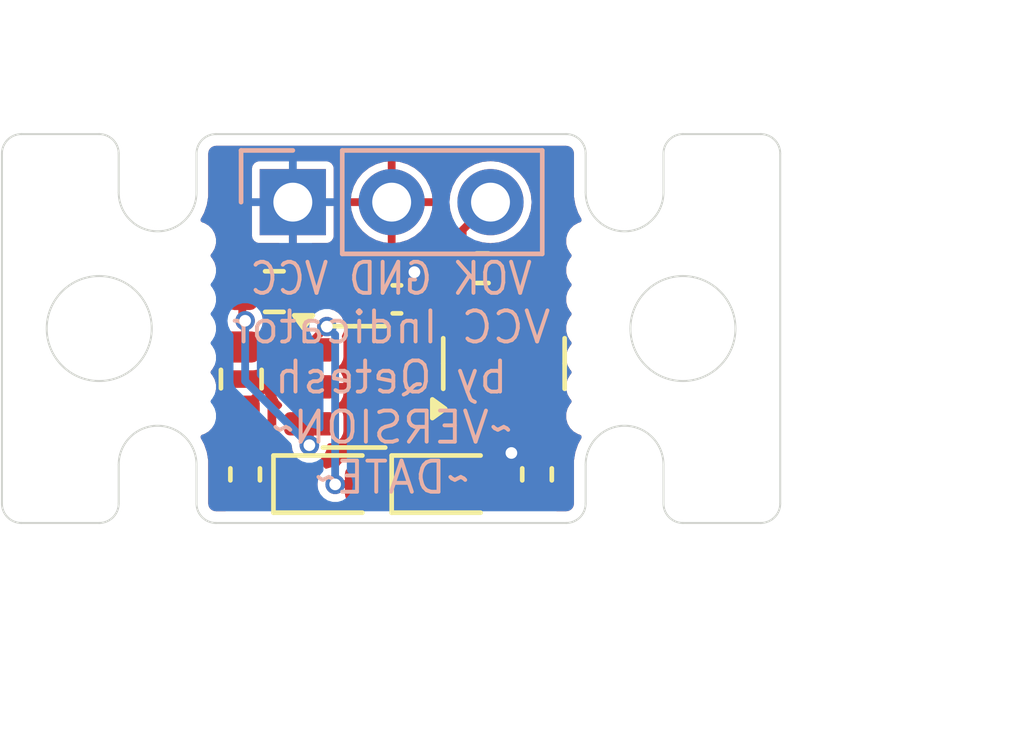
<source format=kicad_pcb>
(kicad_pcb (version 20240108) (generator "pcbnew") (generator_version "8.0")
  (title_block (title "BinaryVoltageIndicator") (date "${DATE}") (rev "${VERSION}") (company "Qetesh"))
  (layers (0 "F.Cu" signal) (31 "B.Cu" signal) (34 "B.Paste" user) (35 "F.Paste" user) (36 "B.SilkS" user "B.Silkscreen") (37 "F.SilkS" user "F.Silkscreen") (38 "B.Mask" user) (39 "F.Mask" user) (44 "Edge.Cuts" user))
  (property "DATE" "~DATE~")
  (property "VERSION" "~VERSION~")
  (net 0 "")
  (net 1 "VCC")
  (net 2 "GND")
  (net 3 "/VccOK")
  (net 4 "Net-(D1-A)")
  (net 5 "Net-(D2-K)")
  (net 6 "/Vmeas")
  (net 7 "/Vref")
  (net 8 "/~{VOK}")
  (net 9 "Net-(Q1-D)")
  (footprint "Resistor_SMD:R_0603_1608Metric" (layer "F.Cu") (at 124.5 104.05)
    (property "Reference" "R1" (hide yes))
    (property "Value" "13k")
    (fp_line (start -0.237258 -0.5225) (end 0.237258 -0.5225) (stroke (width 0.12)) (layer "F.SilkS"))
    (fp_line (start -0.237258 0.5225) (end 0.237258 0.5225) (stroke (width 0.12)) (layer "F.SilkS"))
    (pad "1" smd roundrect (at -0.825 0) (size 0.8 0.95) (layers "F.Cu" "F.Paste" "F.Mask") (net 6 "/Vmeas"))
    (pad "2" smd roundrect (at 0.825 0) (size 0.8 0.95) (layers "F.Cu" "F.Paste" "F.Mask") (net 1 "VCC"))
  )
  (footprint "Panelization:mouse-bite-2x5mm-slot-onesided-v2" (layer "F.Cu") (at 133.5 105 90)
    (property "Reference" "mouse-bite-2mm-slot" (hide yes))
    (property "Value" "VAL**" (hide yes))
    (fp_arc (start -3.5 -1) (mid -2.5 0) (end -3.5 1) (stroke (width 0.05)) (layer "Edge.Cuts"))
    (fp_arc (start 3.5 1) (mid 2.5 0) (end 3.5 -1) (stroke (width 0.05)) (layer "Edge.Cuts"))
    (pad "" np_thru_hole circle (at -2.25 -1 90) (size 0.5 0.5) (drill 0.5) (layers "*.Cu" "*.Mask"))
    (pad "" np_thru_hole circle (at -1.5 -1 90) (size 0.5 0.5) (drill 0.5) (layers "*.Cu" "*.Mask"))
    (pad "" np_thru_hole circle (at -0.75 -1 90) (size 0.5 0.5) (drill 0.5) (layers "*.Cu" "*.Mask"))
    (pad "" np_thru_hole circle (at 0 -1 90) (size 0.5 0.5) (drill 0.5) (layers "*.Cu" "*.Mask"))
    (pad "" np_thru_hole circle (at 0.75 -1 90) (size 0.5 0.5) (drill 0.5) (layers "*.Cu" "*.Mask"))
    (pad "" np_thru_hole circle (at 1.5 -1 90) (size 0.5 0.5) (drill 0.5) (layers "*.Cu" "*.Mask"))
    (pad "" np_thru_hole circle (at 2.25 -1 90) (size 0.5 0.5) (drill 0.5) (layers "*.Cu" "*.Mask"))
  )
  (footprint "My_Footprints:JLCPCB_Tooling_Hole" (layer "F.Cu") (at 119 108.5)
    (property "Reference" "REF**" (hide yes))
    (property "Value" "JLCPCB_Tooling_Hole" (hide yes))
    (pad "" np_thru_hole circle (at 0 0) (size 1.152 1.152) (drill 1.152) (layers "F&B.Cu" "*.Mask") (clearance 0.248))
  )
  (footprint "Resistor_SMD:R_0402_1005Metric" (layer "F.Cu") (at 131.25 108.75 -90)
    (property "Reference" "R3" (hide yes))
    (property "Value" "680R")
    (fp_line (start -0.153641 0.38) (end 0.153641 0.38) (stroke (width 0.12)) (layer "F.SilkS"))
    (fp_line (start -0.153641 -0.38) (end 0.153641 -0.38) (stroke (width 0.12)) (layer "F.SilkS"))
    (pad "1" smd roundrect (at -0.51 0 270) (size 0.54 0.64) (layers "F.Cu" "F.Paste" "F.Mask") (net 1 "VCC"))
    (pad "2" smd roundrect (at 0.51 0 270) (size 0.54 0.64) (layers "F.Cu" "F.Paste" "F.Mask") (net 4 "Net-(D1-A)"))
  )
  (footprint "My_Footprints:JLCPCB_Tooling_Hole" (layer "F.Cu") (at 136 101.5)
    (property "Reference" "REF**" (hide yes))
    (property "Value" "JLCPCB_Tooling_Hole" (hide yes))
    (pad "" np_thru_hole circle (at 0 0) (size 1.152 1.152) (drill 1.152) (layers "F&B.Cu" "*.Mask") (clearance 0.248))
  )
  (footprint "LED_SMD:LED_0603_1608Metric" (layer "F.Cu") (at 125.9625 109)
    (property "Reference" "D2" (hide yes))
    (property "Value" "Power OK")
    (fp_line (start -1.485 -0.735) (end -1.485 0.735) (stroke (width 0.12)) (layer "F.SilkS"))
    (fp_line (start -1.485 0.735) (end 0.8 0.735) (stroke (width 0.12)) (layer "F.SilkS"))
    (fp_line (start 0.8 -0.735) (end -1.485 -0.735) (stroke (width 0.12)) (layer "F.SilkS"))
    (pad "1" smd roundrect (at -0.7875 0) (size 0.875 0.95) (layers "F.Cu" "F.Paste" "F.Mask") (net 5 "Net-(D2-K)"))
    (pad "2" smd roundrect (at 0.7875 0) (size 0.875 0.95) (layers "F.Cu" "F.Paste" "F.Mask") (net 3 "/VccOK"))
  )
  (footprint "Package_TO_SOT_SMD:SOT-23-6" (layer "F.Cu") (at 126.55 106.5)
    (property "Reference" "U1" (hide yes))
    (property "Value" "MCP65R41-2402")
    (fp_line (start 0 -1.56) (end -0.8 -1.56) (stroke (width 0.12)) (layer "F.SilkS"))
    (fp_line (start 0 -1.56) (end 0.8 -1.56) (stroke (width 0.12)) (layer "F.SilkS"))
    (fp_line (start 0 1.56) (end -0.8 1.56) (stroke (width 0.12)) (layer "F.SilkS"))
    (fp_line (start 0 1.56) (end 0.8 1.56) (stroke (width 0.12)) (layer "F.SilkS"))
    (fp_poly (pts (xy -1.3 -1.51) (xy -1.54 -1.84) (xy -1.06 -1.84) (xy -1.3 -1.51)) (stroke (width 0.12)) (fill solid) (layer "F.SilkS"))
    (pad "1" smd roundrect (at -1.1375 -0.95) (size 1.325 0.6) (layers "F.Cu" "F.Paste" "F.Mask") (net 3 "/VccOK"))
    (pad "2" smd roundrect (at -1.1375 0) (size 1.325 0.6) (layers "F.Cu" "F.Paste" "F.Mask") (net 2 "GND"))
    (pad "3" smd roundrect (at -1.1375 0.95) (size 1.325 0.6) (layers "F.Cu" "F.Paste" "F.Mask") (net 6 "/Vmeas"))
    (pad "4" smd roundrect (at 1.1375 0.95) (size 1.325 0.6) (layers "F.Cu" "F.Paste" "F.Mask") (net 7 "/Vref"))
    (pad "5" smd roundrect (at 1.1375 0) (size 1.325 0.6) (layers "F.Cu" "F.Paste" "F.Mask") (net 7 "/Vref"))
    (pad "6" smd roundrect (at 1.1375 -0.95) (size 1.325 0.6) (layers "F.Cu" "F.Paste" "F.Mask") (net 1 "VCC"))
  )
  (footprint "Resistor_SMD:R_0402_1005Metric" (layer "F.Cu") (at 129.85 103.45 180)
    (property "Reference" "R5" (hide yes))
    (property "Value" "680R")
    (fp_line (start -0.153641 0.38) (end 0.153641 0.38) (stroke (width 0.12)) (layer "F.SilkS"))
    (fp_line (start -0.153641 -0.38) (end 0.153641 -0.38) (stroke (width 0.12)) (layer "F.SilkS"))
    (pad "1" smd roundrect (at -0.51 0 180) (size 0.54 0.64) (layers "F.Cu" "F.Paste" "F.Mask") (net 9 "Net-(Q1-D)"))
    (pad "2" smd roundrect (at 0.51 0 180) (size 0.54 0.64) (layers "F.Cu" "F.Paste" "F.Mask") (net 8 "/~{VOK}"))
  )
  (footprint "My_Footprints:JLCPCB_Tooling_Hole" (layer "F.Cu") (at 119 101.5)
    (property "Reference" "REF**" (hide yes))
    (property "Value" "JLCPCB_Tooling_Hole" (hide yes))
    (pad "" np_thru_hole circle (at 0 0) (size 1.152 1.152) (drill 1.152) (layers "F&B.Cu" "*.Mask") (clearance 0.248))
  )
  (footprint "LED_SMD:LED_0603_1608Metric" (layer "F.Cu") (at 129 109)
    (property "Reference" "D1" (hide yes))
    (property "Value" "Power Low")
    (fp_line (start -1.485 -0.735) (end -1.485 0.735) (stroke (width 0.12)) (layer "F.SilkS"))
    (fp_line (start -1.485 0.735) (end 0.8 0.735) (stroke (width 0.12)) (layer "F.SilkS"))
    (fp_line (start 0.8 -0.735) (end -1.485 -0.735) (stroke (width 0.12)) (layer "F.SilkS"))
    (pad "1" smd roundrect (at -0.7875 0) (size 0.875 0.95) (layers "F.Cu" "F.Paste" "F.Mask") (net 3 "/VccOK"))
    (pad "2" smd roundrect (at 0.7875 0) (size 0.875 0.95) (layers "F.Cu" "F.Paste" "F.Mask") (net 4 "Net-(D1-A)"))
  )
  (footprint "Resistor_SMD:R_0402_1005Metric" (layer "F.Cu") (at 123.75 108.75 90)
    (property "Reference" "R4" (hide yes))
    (property "Value" "680R")
    (fp_line (start -0.153641 -0.38) (end 0.153641 -0.38) (stroke (width 0.12)) (layer "F.SilkS"))
    (fp_line (start -0.153641 0.38) (end 0.153641 0.38) (stroke (width 0.12)) (layer "F.SilkS"))
    (pad "1" smd roundrect (at -0.51 0 90) (size 0.54 0.64) (layers "F.Cu" "F.Paste" "F.Mask") (net 5 "Net-(D2-K)"))
    (pad "2" smd roundrect (at 0.51 0 90) (size 0.54 0.64) (layers "F.Cu" "F.Paste" "F.Mask") (net 2 "GND"))
  )
  (footprint "Capacitor_SMD:C_0402_1005Metric" (layer "F.Cu") (at 127.65 104.25)
    (property "Reference" "C1" (hide yes))
    (property "Value" "100n")
    (fp_line (start -0.107836 -0.36) (end 0.107836 -0.36) (stroke (width 0.12)) (layer "F.SilkS"))
    (fp_line (start -0.107836 0.36) (end 0.107836 0.36) (stroke (width 0.12)) (layer "F.SilkS"))
    (pad "1" smd roundrect (at -0.48 0) (size 0.56 0.62) (layers "F.Cu" "F.Paste" "F.Mask") (net 2 "GND"))
    (pad "2" smd roundrect (at 0.48 0) (size 0.56 0.62) (layers "F.Cu" "F.Paste" "F.Mask") (net 1 "VCC"))
  )
  (footprint "Package_TO_SOT_SMD:SOT-23" (layer "F.Cu") (at 130.4 105.9 90)
    (property "Reference" "Q1" (hide yes))
    (property "Value" "2N7002")
    (fp_line (start 0 -1.56) (end 0.65 -1.56) (stroke (width 0.12)) (layer "F.SilkS"))
    (fp_line (start 0 -1.56) (end -0.65 -1.56) (stroke (width 0.12)) (layer "F.SilkS"))
    (fp_line (start 0 1.56) (end 0.65 1.56) (stroke (width 0.12)) (layer "F.SilkS"))
    (fp_line (start 0 1.56) (end -0.65 1.56) (stroke (width 0.12)) (layer "F.SilkS"))
    (fp_poly (pts (xy -1.1625 -1.51) (xy -1.4025 -1.84) (xy -0.9225 -1.84) (xy -1.1625 -1.51)) (stroke (width 0.12)) (fill solid) (layer "F.SilkS"))
    (pad "1" smd roundrect (at -0.9375 -0.95 90) (size 1.475 0.6) (layers "F.Cu" "F.Paste" "F.Mask") (net 3 "/VccOK"))
    (pad "2" smd roundrect (at -0.9375 0.95 90) (size 1.475 0.6) (layers "F.Cu" "F.Paste" "F.Mask") (net 2 "GND"))
    (pad "3" smd roundrect (at 0.9375 0 90) (size 1.475 0.6) (layers "F.Cu" "F.Paste" "F.Mask") (net 9 "Net-(Q1-D)"))
  )
  (footprint "Panelization:mouse-bite-2x5mm-slot-onesided-v2" (layer "F.Cu") (at 121.5 105 -90)
    (property "Reference" "mouse-bite-2mm-slot" (hide yes))
    (property "Value" "VAL**" (hide yes))
    (fp_arc (start 3.5 1) (mid 2.5 0) (end 3.5 -1) (stroke (width 0.05)) (layer "Edge.Cuts"))
    (fp_arc (start -3.5 -1) (mid -2.5 0) (end -3.5 1) (stroke (width 0.05)) (layer "Edge.Cuts"))
    (pad "" np_thru_hole circle (at -2.25 -1 270) (size 0.5 0.5) (drill 0.5) (layers "*.Cu" "*.Mask"))
    (pad "" np_thru_hole circle (at -1.5 -1 270) (size 0.5 0.5) (drill 0.5) (layers "*.Cu" "*.Mask"))
    (pad "" np_thru_hole circle (at -0.75 -1 270) (size 0.5 0.5) (drill 0.5) (layers "*.Cu" "*.Mask"))
    (pad "" np_thru_hole circle (at 0 -1 270) (size 0.5 0.5) (drill 0.5) (layers "*.Cu" "*.Mask"))
    (pad "" np_thru_hole circle (at 0.75 -1 270) (size 0.5 0.5) (drill 0.5) (layers "*.Cu" "*.Mask"))
    (pad "" np_thru_hole circle (at 1.5 -1 270) (size 0.5 0.5) (drill 0.5) (layers "*.Cu" "*.Mask"))
    (pad "" np_thru_hole circle (at 2.25 -1 270) (size 0.5 0.5) (drill 0.5) (layers "*.Cu" "*.Mask"))
  )
  (footprint "Resistor_SMD:R_0603_1608Metric" (layer "F.Cu") (at 123.65 106.3 -90)
    (property "Reference" "R2" (hide yes))
    (property "Value" "12k")
    (fp_line (start -0.237258 0.5225) (end 0.237258 0.5225) (stroke (width 0.12)) (layer "F.SilkS"))
    (fp_line (start -0.237258 -0.5225) (end 0.237258 -0.5225) (stroke (width 0.12)) (layer "F.SilkS"))
    (pad "1" smd roundrect (at -0.825 0 270) (size 0.8 0.95) (layers "F.Cu" "F.Paste" "F.Mask") (net 6 "/Vmeas"))
    (pad "2" smd roundrect (at 0.825 0 270) (size 0.8 0.95) (layers "F.Cu" "F.Paste" "F.Mask") (net 2 "GND"))
  )
  (footprint "My_Footprints:JLCPCB_Tooling_Hole" (layer "F.Cu") (at 136 108.5)
    (property "Reference" "REF**" (hide yes))
    (property "Value" "JLCPCB_Tooling_Hole" (hide yes))
    (pad "" np_thru_hole circle (at 0 0) (size 1.152 1.152) (drill 1.152) (layers "F&B.Cu" "*.Mask") (clearance 0.248))
  )
  (footprint "Connector_PinHeader_2.54mm:PinHeader_1x03_P2.54mm_Vertical" (layer "B.Cu") (at 124.975 101.75 -90)
    (property "Reference" "J1" (hide yes))
    (property "Value" "Conn")
    (fp_line (start -1.33 1.33) (end -1.33 0) (stroke (width 0.12)) (layer "B.SilkS"))
    (fp_line (start 0 1.33) (end -1.33 1.33) (stroke (width 0.12)) (layer "B.SilkS"))
    (fp_line (start 1.33 -1.27) (end -1.33 -1.27) (stroke (width 0.12)) (layer "B.SilkS"))
    (fp_line (start -1.33 -6.41) (end -1.33 -1.27) (stroke (width 0.12)) (layer "B.SilkS"))
    (fp_line (start 1.33 -6.41) (end 1.33 -1.27) (stroke (width 0.12)) (layer "B.SilkS"))
    (fp_line (start 1.33 -6.41) (end -1.33 -6.41) (stroke (width 0.12)) (layer "B.SilkS"))
    (pad "1" thru_hole rect (at 0 0 270) (size 1.7 1.7) (drill 1) (layers "*.Cu" "*.Mask") (net 1 "VCC"))
    (pad "2" thru_hole oval (at 0 -2.54 270) (size 1.7 1.7) (drill 1) (layers "*.Cu" "*.Mask") (net 2 "GND"))
    (pad "3" thru_hole oval (at 0 -5.08 270) (size 1.7 1.7) (drill 1) (layers "*.Cu" "*.Mask") (net 8 "/~{VOK}"))
  )
  (gr_arc (start 123 110) (mid 122.646447 109.853553) (end 122.5 109.5) (stroke (width 0.05)) (layer "Edge.Cuts"))
  (gr_line (start 137.5 100.5) (end 137.5 109.5) (stroke (width 0.05)) (layer "Edge.Cuts"))
  (gr_arc (start 117.5 100.5) (mid 117.646447 100.146447) (end 118 100) (stroke (width 0.05)) (layer "Edge.Cuts"))
  (gr_line (start 120.5 108.5) (end 120.5 109.5) (stroke (width 0.05)) (layer "Edge.Cuts"))
  (gr_arc (start 132 100) (mid 132.353553 100.146447) (end 132.5 100.5) (stroke (width 0.05)) (layer "Edge.Cuts"))
  (gr_arc (start 137 100) (mid 137.353553 100.146447) (end 137.5 100.5) (stroke (width 0.05)) (layer "Edge.Cuts"))
  (gr_line (start 132.5 100.5) (end 132.5 101.5) (stroke (width 0.05)) (layer "Edge.Cuts"))
  (gr_arc (start 122.5 100.5) (mid 122.646447 100.146447) (end 123 100) (stroke (width 0.05)) (layer "Edge.Cuts"))
  (gr_arc (start 132.5 109.5) (mid 132.353553 109.853553) (end 132 110) (stroke (width 0.05)) (layer "Edge.Cuts"))
  (gr_line (start 134.5 108.5) (end 134.5 109.5) (stroke (width 0.05)) (layer "Edge.Cuts"))
  (gr_line (start 122.5 109.5) (end 122.5 108.5) (stroke (width 0.05)) (layer "Edge.Cuts"))
  (gr_arc (start 135 110) (mid 134.646447 109.853553) (end 134.5 109.5) (stroke (width 0.05)) (layer "Edge.Cuts"))
  (gr_line (start 132 110) (end 123 110) (stroke (width 0.05)) (layer "Edge.Cuts"))
  (gr_line (start 123 100) (end 132 100) (stroke (width 0.05)) (layer "Edge.Cuts"))
  (gr_line (start 118 100) (end 120 100) (stroke (width 0.05)) (layer "Edge.Cuts"))
  (gr_arc (start 134.5 100.5) (mid 134.646447 100.146447) (end 135 100) (stroke (width 0.05)) (layer "Edge.Cuts"))
  (gr_arc (start 120 100) (mid 120.353553 100.146447) (end 120.5 100.5) (stroke (width 0.05)) (layer "Edge.Cuts"))
  (gr_line (start 132.5 108.5) (end 132.5 109.5) (stroke (width 0.05)) (layer "Edge.Cuts"))
  (gr_line (start 120 110) (end 118 110) (stroke (width 0.05)) (layer "Edge.Cuts"))
  (gr_circle (center 120 105) (end 118.65 105) (stroke (width 0.05)) (fill none) (layer "Edge.Cuts"))
  (gr_line (start 120.5 101.5) (end 120.5 100.5) (stroke (width 0.05)) (layer "Edge.Cuts"))
  (gr_circle (center 135 105) (end 136.35 105) (stroke (width 0.05)) (fill none) (layer "Edge.Cuts"))
  (gr_line (start 134.5 101.5) (end 134.5 100.5) (stroke (width 0.05)) (layer "Edge.Cuts"))
  (gr_arc (start 120.5 109.5) (mid 120.353553 109.853553) (end 120 110) (stroke (width 0.05)) (layer "Edge.Cuts"))
  (gr_arc (start 137.5 109.5) (mid 137.353553 109.853553) (end 137 110) (stroke (width 0.05)) (layer "Edge.Cuts"))
  (gr_line (start 117.5 109.5) (end 117.5 100.5) (stroke (width 0.05)) (layer "Edge.Cuts"))
  (gr_line (start 122.5 101.5) (end 122.5 100.5) (stroke (width 0.05)) (layer "Edge.Cuts"))
  (gr_line (start 135 100) (end 137 100) (stroke (width 0.05)) (layer "Edge.Cuts"))
  (gr_arc (start 118 110) (mid 117.646447 109.853553) (end 117.5 109.5) (stroke (width 0.05)) (layer "Edge.Cuts"))
  (gr_line (start 137 110) (end 135 110) (stroke (width 0.05)) (layer "Edge.Cuts"))
  (gr_text "VCC Indicator\nby Qetesh\n${VERSION}\n${DATE}" (at 127.5 104.5 0) (layer "B.SilkS") (effects (font (size 0.8 0.8) (thickness 0.1)) (justify top mirror)))
  (gr_text "VOK GND VCC" (at 127.5 103.25 0) (layer "B.SilkS") (effects (font (size 0.8 0.7) (thickness 0.1)) (justify top mirror)))
  (segment (start 131.25 108.24) (end 130.631703 108.24) (width 0.2) (layer "F.Cu") (net 1))
  (segment (start 128.13 103.58) (end 128.1 103.55) (width 0.2) (layer "F.Cu") (net 1))
  (segment (start 124.975 101.75) (end 124.975 102.875) (width 0.2) (layer "F.Cu") (net 1))
  (segment (start 128.13 104.25) (end 128.13 103.58) (width 0.2) (layer "F.Cu") (net 1))
  (segment (start 128.13 104.25) (end 128.13 105.1075) (width 0.2) (layer "F.Cu") (net 1))
  (segment (start 125.325 103.225) (end 125.325 104.05) (width 0.2) (layer "F.Cu") (net 1))
  (segment (start 128.13 105.1075) (end 127.6875 105.55) (width 0.2) (layer "F.Cu") (net 1))
  (segment (start 130.631703 108.24) (end 130.591703 108.2) (width 0.2) (layer "F.Cu") (net 1))
  (segment (start 124.975 102.875) (end 125.325 103.225) (width 0.2) (layer "F.Cu") (net 1))
  (via (at 130.591703 108.2) (size 0.5) (drill 0.3) (layers "F.Cu" "B.Cu") (net 1))
  (via (at 128.1 103.55) (size 0.5) (drill 0.3) (layers "F.Cu" "B.Cu") (net 1))
  (segment (start 126.75 109) (end 126.070683 109) (width 0.2) (layer "F.Cu") (net 3))
  (segment (start 128.2125 109) (end 126.75 109) (width 0.2) (layer "F.Cu") (net 3))
  (segment (start 129.4 107.8125) (end 128.2125 109) (width 0.2) (layer "F.Cu") (net 3))
  (segment (start 125.85 104.95) (end 125.4125 105.3875) (width 0.2) (layer "F.Cu") (net 3))
  (segment (start 126.070683 109) (end 126.0625 109.008183) (width 0.2) (layer "F.Cu") (net 3))
  (segment (start 125.4125 105.3875) (end 125.4125 105.55) (width 0.2) (layer "F.Cu") (net 3))
  (segment (start 129.4 106.4) (end 129.4 107.8125) (width 0.2) (layer "F.Cu") (net 3))
  (via (at 125.85 104.95) (size 0.5) (drill 0.3) (layers "F.Cu" "B.Cu") (net 3))
  (via (at 126.0625 109.008183) (size 0.5) (drill 0.3) (layers "F.Cu" "B.Cu") (net 3))
  (segment (start 125.85 104.95) (end 126.0625 105.1625) (width 0.2) (layer "B.Cu") (net 3))
  (segment (start 126.0625 105.1625) (end 126.0625 109.008183) (width 0.2) (layer "B.Cu") (net 3))
  (segment (start 130.74 108.75) (end 129.7875 108.75) (width 0.2) (layer "F.Cu") (net 4))
  (segment (start 131.25 109.26) (end 130.74 108.75) (width 0.2) (layer "F.Cu") (net 4))
  (segment (start 124.26 108.75) (end 125.175 108.75) (width 0.2) (layer "F.Cu") (net 5))
  (segment (start 123.75 109.26) (end 124.26 108.75) (width 0.2) (layer "F.Cu") (net 5))
  (segment (start 123.65 105.475) (end 123.75 105.375) (width 0.2) (layer "F.Cu") (net 6))
  (segment (start 123.75 104.34) (end 123.75 103.75) (width 0.2) (layer "F.Cu") (net 6))
  (segment (start 123.675 104.05) (end 123.675 104.725) (width 0.2) (layer "F.Cu") (net 6))
  (segment (start 123.75 105.375) (end 123.75 104.8) (width 0.2) (layer "F.Cu") (net 6))
  (segment (start 125.4125 107.45) (end 125.4125 107.9875) (width 0.2) (layer "F.Cu") (net 6))
  (segment (start 125.4125 107.9875) (end 125.4 108) (width 0.2) (layer "F.Cu") (net 6))
  (segment (start 123.675 104.725) (end 123.75 104.8) (width 0.2) (layer "F.Cu") (net 6))
  (via (at 125.4 108) (size 0.5) (drill 0.3) (layers "F.Cu" "B.Cu") (net 6))
  (via (at 123.75 104.8) (size 0.5) (drill 0.3) (layers "F.Cu" "B.Cu") (net 6))
  (segment (start 125.4 108) (end 123.75 106.35) (width 0.2) (layer "B.Cu") (net 6))
  (segment (start 123.75 106.35) (end 123.75 104.8) (width 0.2) (layer "B.Cu") (net 6))
  (segment (start 127.6875 107.45) (end 127.6875 106.5) (width 0.2) (layer "F.Cu") (net 7))
  (segment (start 129.34 102.465) (end 130.055 101.75) (width 0.2) (layer "F.Cu") (net 8))
  (segment (start 129.34 103.45) (end 129.34 102.465) (width 0.2) (layer "F.Cu") (net 8))
  (segment (start 130.4 103.49) (end 130.36 103.45) (width 0.2) (layer "F.Cu") (net 9))
  (segment (start 130.4 104.9625) (end 130.4 103.49) (width 0.2) (layer "F.Cu") (net 9))
  (zone (net 2) (net_name "GND") (layer "F.Cu") (connect_pads (clearance 0.2)) (min_thickness 0.127) (fill yes (thermal_gap 0.2) (thermal_bridge_width 0.2))
    (polygon (pts (xy 122.5 100) (xy 122.5 110) (xy 132.5 110) (xy 132.5 100)))
  )
  (zone (net 1) (net_name "VCC") (layer "B.Cu") (priority 1) (connect_pads (clearance 0.2)) (min_thickness 0.127) (fill yes (thermal_gap 0.2) (thermal_bridge_width 0.2))
    (polygon (pts (xy 122.5 100) (xy 122.5 110) (xy 132.5 110) (xy 132.5 100)))
  )
)
</source>
